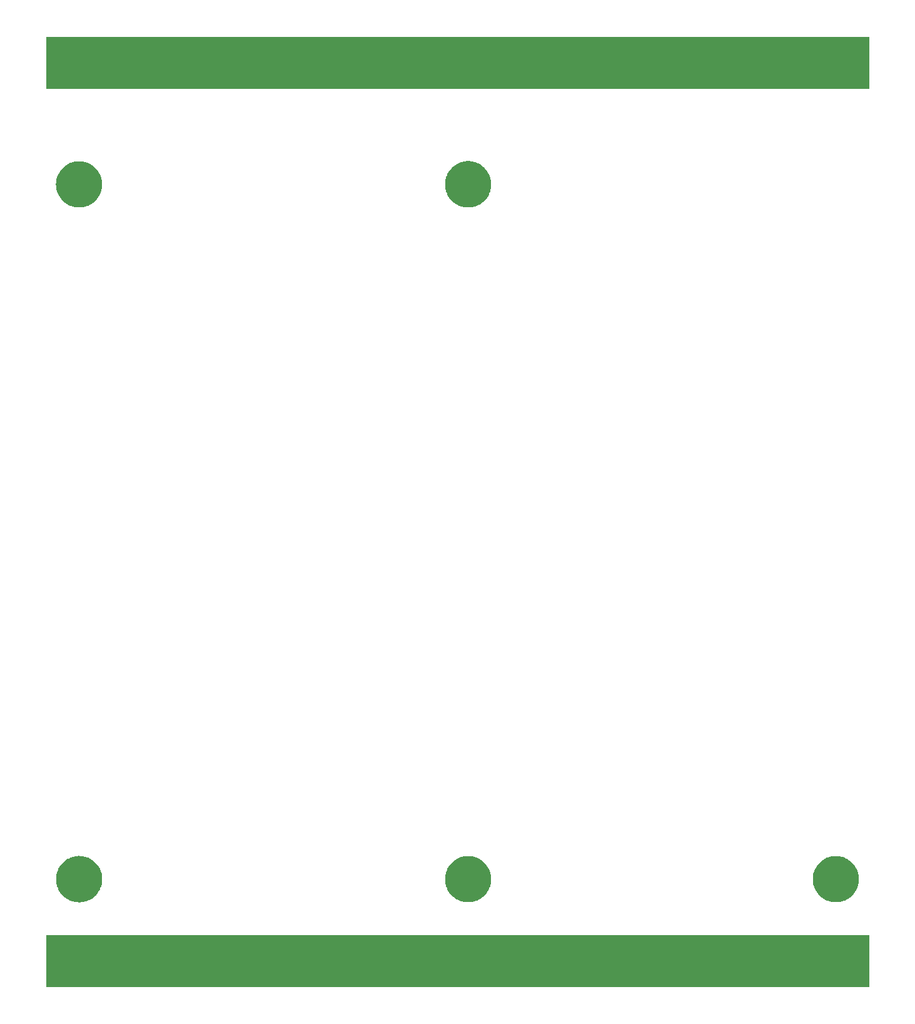
<source format=gbs>
G04 Layer: BottomSolderMaskLayer*
G04 EasyEDA v6.5.29, 2023-07-16 15:11:24*
G04 67781e16ba424d80afd487f8c688e69f,5a6b42c53f6a479593ecc07194224c93,10*
G04 Gerber Generator version 0.2*
G04 Scale: 100 percent, Rotated: No, Reflected: No *
G04 Dimensions in millimeters *
G04 leading zeros omitted , absolute positions ,4 integer and 5 decimal *
%FSLAX45Y45*%
%MOMM*%

%ADD10O,6.6032126X3.4031936000000003*%

%LPD*%
G36*
X5708192Y11172088D02*
G01*
X5692190Y11171428D01*
X5676290Y11170005D01*
X5660440Y11167770D01*
X5644743Y11164722D01*
X5629198Y11160861D01*
X5613908Y11156238D01*
X5598820Y11150803D01*
X5584088Y11144656D01*
X5569661Y11137696D01*
X5562549Y11133988D01*
X5548731Y11125962D01*
X5535320Y11117224D01*
X5522366Y11107877D01*
X5509869Y11097818D01*
X5497931Y11087150D01*
X5486603Y11075873D01*
X5475782Y11064087D01*
X5465622Y11051692D01*
X5456123Y11038840D01*
X5447284Y11025530D01*
X5439105Y11011763D01*
X5431688Y10997590D01*
X5424982Y10983061D01*
X5419039Y10968177D01*
X5413857Y10953038D01*
X5409438Y10937646D01*
X5405831Y10922101D01*
X5403037Y10906353D01*
X5401056Y10890453D01*
X5399887Y10874502D01*
X5399481Y10858500D01*
X5399887Y10842498D01*
X5401056Y10826546D01*
X5403037Y10810646D01*
X5405831Y10794898D01*
X5409438Y10779353D01*
X5413857Y10763961D01*
X5419039Y10748822D01*
X5424982Y10733938D01*
X5431688Y10719409D01*
X5439105Y10705236D01*
X5447284Y10691469D01*
X5456123Y10678160D01*
X5465622Y10665307D01*
X5475782Y10652912D01*
X5486603Y10641126D01*
X5497931Y10629849D01*
X5509869Y10619181D01*
X5522366Y10609122D01*
X5535320Y10599775D01*
X5548731Y10591038D01*
X5562549Y10583011D01*
X5576824Y10575747D01*
X5591403Y10569194D01*
X5606338Y10563402D01*
X5613908Y10560761D01*
X5629198Y10556138D01*
X5644743Y10552277D01*
X5660440Y10549229D01*
X5676290Y10546994D01*
X5692190Y10545572D01*
X5708192Y10544911D01*
X5724194Y10545114D01*
X5740146Y10546181D01*
X5756046Y10548010D01*
X5771845Y10550652D01*
X5787491Y10554106D01*
X5802884Y10558373D01*
X5810504Y10560761D01*
X5825591Y10566196D01*
X5840323Y10572343D01*
X5854750Y10579303D01*
X5868822Y10586974D01*
X5882436Y10595305D01*
X5895644Y10604347D01*
X5908344Y10614101D01*
X5920536Y10624413D01*
X5932220Y10635386D01*
X5943295Y10646968D01*
X5948629Y10652912D01*
X5958789Y10665307D01*
X5968288Y10678160D01*
X5977128Y10691469D01*
X5985256Y10705236D01*
X5992723Y10719409D01*
X5999429Y10733938D01*
X6005372Y10748822D01*
X6010554Y10763961D01*
X6014923Y10779353D01*
X6016853Y10787075D01*
X6020054Y10802772D01*
X6021374Y10810646D01*
X6023356Y10826546D01*
X6024524Y10842498D01*
X6024880Y10858500D01*
X6024524Y10874502D01*
X6023356Y10890453D01*
X6021374Y10906353D01*
X6018530Y10922101D01*
X6016853Y10929924D01*
X6012840Y10945368D01*
X6008065Y10960658D01*
X6002477Y10975644D01*
X5996178Y10990376D01*
X5989066Y11004702D01*
X5981293Y11018672D01*
X5972810Y11032236D01*
X5963615Y11045342D01*
X5953760Y11057940D01*
X5948629Y11064087D01*
X5937808Y11075873D01*
X5932220Y11081613D01*
X5920536Y11092586D01*
X5908344Y11102898D01*
X5895644Y11112652D01*
X5882436Y11121694D01*
X5868822Y11130026D01*
X5854750Y11137696D01*
X5840323Y11144656D01*
X5825591Y11150803D01*
X5810504Y11156238D01*
X5795213Y11160861D01*
X5779668Y11164722D01*
X5763971Y11167770D01*
X5748121Y11170005D01*
X5732170Y11171428D01*
X5716219Y11172088D01*
G37*
G36*
X440893Y11171174D02*
G01*
X424942Y11170564D01*
X409041Y11169142D01*
X393242Y11166906D01*
X377545Y11163858D01*
X362051Y11159998D01*
X354380Y11157813D01*
X339191Y11152784D01*
X324307Y11146993D01*
X309727Y11140490D01*
X295503Y11133226D01*
X281686Y11125200D01*
X268274Y11116564D01*
X255320Y11107166D01*
X242874Y11097209D01*
X230987Y11086541D01*
X219608Y11075314D01*
X214121Y11069523D01*
X203657Y11057432D01*
X193802Y11044885D01*
X184607Y11031829D01*
X176123Y11018316D01*
X168300Y11004346D01*
X161239Y10990072D01*
X154889Y10975390D01*
X149301Y10960455D01*
X144475Y10945215D01*
X140411Y10929772D01*
X137210Y10914126D01*
X134772Y10898327D01*
X133146Y10882426D01*
X132283Y10866475D01*
X132283Y10850524D01*
X133146Y10834573D01*
X134772Y10818672D01*
X137210Y10802874D01*
X140411Y10787227D01*
X144475Y10771784D01*
X149301Y10756544D01*
X154889Y10741609D01*
X161239Y10726928D01*
X168300Y10712653D01*
X176123Y10698683D01*
X184607Y10685170D01*
X193802Y10672114D01*
X203657Y10659567D01*
X214121Y10647476D01*
X225196Y10635996D01*
X236880Y10625074D01*
X242874Y10619790D01*
X255320Y10609834D01*
X268274Y10600436D01*
X281686Y10591800D01*
X295503Y10583773D01*
X309727Y10576509D01*
X324307Y10570006D01*
X339191Y10564215D01*
X354380Y10559186D01*
X369773Y10554970D01*
X385368Y10551515D01*
X401116Y10548874D01*
X416966Y10547045D01*
X432917Y10546029D01*
X448919Y10545826D01*
X464870Y10546435D01*
X480771Y10547858D01*
X496570Y10550093D01*
X512267Y10553141D01*
X527761Y10557002D01*
X535432Y10559186D01*
X550621Y10564215D01*
X565505Y10570006D01*
X580085Y10576509D01*
X594309Y10583773D01*
X608126Y10591800D01*
X621538Y10600436D01*
X634492Y10609834D01*
X646938Y10619790D01*
X658825Y10630458D01*
X670204Y10641685D01*
X675690Y10647476D01*
X686155Y10659567D01*
X696010Y10672114D01*
X705205Y10685170D01*
X713689Y10698683D01*
X721512Y10712653D01*
X728573Y10726928D01*
X734923Y10741609D01*
X740511Y10756544D01*
X745337Y10771784D01*
X749401Y10787227D01*
X752602Y10802874D01*
X755040Y10818672D01*
X756666Y10834573D01*
X757478Y10850524D01*
X757478Y10866475D01*
X756666Y10882426D01*
X755040Y10898327D01*
X752602Y10914126D01*
X749401Y10929772D01*
X745337Y10945215D01*
X740511Y10960455D01*
X734923Y10975390D01*
X728573Y10990072D01*
X721512Y11004346D01*
X713689Y11018316D01*
X705205Y11031829D01*
X696010Y11044885D01*
X686155Y11057432D01*
X675690Y11069523D01*
X664616Y11081004D01*
X652932Y11091926D01*
X646938Y11097209D01*
X634492Y11107166D01*
X621538Y11116564D01*
X608126Y11125200D01*
X594309Y11133226D01*
X580085Y11140490D01*
X565505Y11146993D01*
X550621Y11152784D01*
X535432Y11157813D01*
X520039Y11162030D01*
X504443Y11165484D01*
X488696Y11168126D01*
X472795Y11169954D01*
X456895Y11170970D01*
G37*
G36*
X5708091Y1772462D02*
G01*
X5692140Y1771853D01*
X5676239Y1770430D01*
X5660440Y1768195D01*
X5644743Y1765147D01*
X5629249Y1761337D01*
X5613958Y1756714D01*
X5598922Y1751279D01*
X5591505Y1748332D01*
X5576925Y1741779D01*
X5562701Y1734515D01*
X5548884Y1726539D01*
X5535472Y1717852D01*
X5522518Y1708505D01*
X5510072Y1698498D01*
X5498185Y1687830D01*
X5486806Y1676654D01*
X5476036Y1664868D01*
X5465876Y1652524D01*
X5456326Y1639722D01*
X5447487Y1626412D01*
X5439308Y1612696D01*
X5431891Y1598523D01*
X5425135Y1584045D01*
X5419191Y1569262D01*
X5413959Y1554124D01*
X5409539Y1538782D01*
X5407609Y1531061D01*
X5404408Y1515414D01*
X5401970Y1499616D01*
X5400344Y1483715D01*
X5399532Y1467764D01*
X5399379Y1459788D01*
X5399836Y1443837D01*
X5401056Y1427886D01*
X5403088Y1412087D01*
X5405932Y1396339D01*
X5409539Y1380794D01*
X5413959Y1365453D01*
X5419191Y1350365D01*
X5425135Y1335532D01*
X5431891Y1321054D01*
X5439308Y1306931D01*
X5447487Y1293164D01*
X5456326Y1279906D01*
X5465876Y1267053D01*
X5476036Y1254760D01*
X5481320Y1248765D01*
X5492394Y1237284D01*
X5504078Y1226362D01*
X5516270Y1216050D01*
X5528970Y1206347D01*
X5542127Y1197305D01*
X5555742Y1188974D01*
X5569762Y1181354D01*
X5584190Y1174445D01*
X5598922Y1168298D01*
X5613958Y1162913D01*
X5621578Y1160475D01*
X5636971Y1156258D01*
X5652566Y1152804D01*
X5668314Y1150162D01*
X5684164Y1148334D01*
X5700115Y1147318D01*
X5716117Y1147114D01*
X5732068Y1147724D01*
X5747969Y1149146D01*
X5763768Y1151382D01*
X5779465Y1154430D01*
X5794959Y1158290D01*
X5802630Y1160475D01*
X5817819Y1165504D01*
X5832703Y1171295D01*
X5847283Y1177798D01*
X5861507Y1185062D01*
X5875324Y1193088D01*
X5882081Y1197305D01*
X5895238Y1206347D01*
X5907938Y1216050D01*
X5920130Y1226362D01*
X5931814Y1237284D01*
X5942888Y1248765D01*
X5953353Y1260856D01*
X5963208Y1273403D01*
X5972403Y1286459D01*
X5980887Y1300022D01*
X5988710Y1313942D01*
X5995771Y1328267D01*
X5999073Y1335532D01*
X6005017Y1350365D01*
X6010249Y1365453D01*
X6014669Y1380794D01*
X6018276Y1396339D01*
X6021120Y1412087D01*
X6023152Y1427886D01*
X6024422Y1443837D01*
X6024829Y1459788D01*
X6024422Y1475740D01*
X6023152Y1491691D01*
X6021120Y1507540D01*
X6018276Y1523238D01*
X6016599Y1531061D01*
X6012535Y1546504D01*
X6007709Y1561744D01*
X6002121Y1576679D01*
X5995771Y1591360D01*
X5988710Y1605635D01*
X5980887Y1619605D01*
X5972403Y1633118D01*
X5963208Y1646174D01*
X5953353Y1658772D01*
X5942888Y1670812D01*
X5931814Y1682292D01*
X5920130Y1693265D01*
X5907938Y1703578D01*
X5901690Y1708505D01*
X5888736Y1717852D01*
X5875324Y1726539D01*
X5861507Y1734515D01*
X5847283Y1741779D01*
X5832703Y1748332D01*
X5817819Y1754073D01*
X5810250Y1756714D01*
X5794959Y1761337D01*
X5779465Y1765147D01*
X5763768Y1768195D01*
X5747969Y1770430D01*
X5732068Y1771853D01*
X5716117Y1772462D01*
G37*
G36*
X442163Y1773377D02*
G01*
X426161Y1772767D01*
X418185Y1772157D01*
X402285Y1770278D01*
X386537Y1767636D01*
X370890Y1764182D01*
X355447Y1759966D01*
X340258Y1754936D01*
X325374Y1749094D01*
X318008Y1745945D01*
X303580Y1738985D01*
X289560Y1731365D01*
X275894Y1722983D01*
X262737Y1713941D01*
X249986Y1704187D01*
X237794Y1693875D01*
X226161Y1682902D01*
X215087Y1671370D01*
X204622Y1659229D01*
X199593Y1653032D01*
X190093Y1640128D01*
X181254Y1626819D01*
X173075Y1613052D01*
X165658Y1598879D01*
X158953Y1584350D01*
X153009Y1569466D01*
X147828Y1554327D01*
X143408Y1538986D01*
X139801Y1523390D01*
X137007Y1507642D01*
X135890Y1499717D01*
X134315Y1483766D01*
X133553Y1467815D01*
X133553Y1451813D01*
X133807Y1443786D01*
X135026Y1427835D01*
X137007Y1411986D01*
X139801Y1396238D01*
X143408Y1380642D01*
X147828Y1365250D01*
X153009Y1350111D01*
X158953Y1335227D01*
X165658Y1320698D01*
X173075Y1306576D01*
X181254Y1292758D01*
X190093Y1279448D01*
X199593Y1266596D01*
X209753Y1254201D01*
X220522Y1242415D01*
X231902Y1231138D01*
X243840Y1220470D01*
X256286Y1210462D01*
X269240Y1201064D01*
X282702Y1192326D01*
X296519Y1184351D01*
X310794Y1177036D01*
X325374Y1170482D01*
X340258Y1164691D01*
X347827Y1162050D01*
X363169Y1157427D01*
X378663Y1153566D01*
X394411Y1150518D01*
X410260Y1148283D01*
X426161Y1146860D01*
X442163Y1146251D01*
X458165Y1146454D01*
X474116Y1147470D01*
X490016Y1149299D01*
X505815Y1151940D01*
X521411Y1155395D01*
X536854Y1159662D01*
X544474Y1162050D01*
X559562Y1167485D01*
X574294Y1173683D01*
X588721Y1180592D01*
X602792Y1188262D01*
X616407Y1196594D01*
X629615Y1205687D01*
X642315Y1215390D01*
X654507Y1225753D01*
X666191Y1236675D01*
X677265Y1248257D01*
X687730Y1260348D01*
X697585Y1272946D01*
X706729Y1286052D01*
X715264Y1299616D01*
X723036Y1313586D01*
X726694Y1320698D01*
X733348Y1335227D01*
X739343Y1350111D01*
X744524Y1365250D01*
X748893Y1380642D01*
X750824Y1388414D01*
X754024Y1404061D01*
X756412Y1419910D01*
X757326Y1427835D01*
X758494Y1443786D01*
X758850Y1459788D01*
X758799Y1467815D01*
X757986Y1483766D01*
X756412Y1499717D01*
X754024Y1515516D01*
X750824Y1531213D01*
X746810Y1546707D01*
X742035Y1561947D01*
X736447Y1576933D01*
X730097Y1591665D01*
X726694Y1598879D01*
X719226Y1613052D01*
X711098Y1626819D01*
X702259Y1640128D01*
X692708Y1653032D01*
X682548Y1665376D01*
X671779Y1677212D01*
X660400Y1688439D01*
X648462Y1699107D01*
X636016Y1709166D01*
X623062Y1718513D01*
X609650Y1727250D01*
X595782Y1735277D01*
X581558Y1742541D01*
X566978Y1749094D01*
X552043Y1754936D01*
X536854Y1759966D01*
X521411Y1764182D01*
X505815Y1767636D01*
X490016Y1770278D01*
X474116Y1772157D01*
X458165Y1773174D01*
G37*
G36*
X10685830Y1773174D02*
G01*
X10669828Y1772564D01*
X10653928Y1771142D01*
X10638129Y1768906D01*
X10622432Y1765858D01*
X10606938Y1761998D01*
X10599267Y1759813D01*
X10584078Y1754784D01*
X10569194Y1748993D01*
X10554614Y1742490D01*
X10540441Y1735226D01*
X10526572Y1727250D01*
X10513161Y1718564D01*
X10500207Y1709166D01*
X10487761Y1699209D01*
X10475874Y1688541D01*
X10464495Y1677314D01*
X10459008Y1671523D01*
X10448544Y1659432D01*
X10438688Y1646885D01*
X10429544Y1633829D01*
X10421010Y1620316D01*
X10413187Y1606346D01*
X10406126Y1592072D01*
X10399776Y1577390D01*
X10394188Y1562455D01*
X10389362Y1547215D01*
X10385348Y1531772D01*
X10382097Y1516126D01*
X10379659Y1500327D01*
X10378033Y1484426D01*
X10377220Y1468475D01*
X10377220Y1452524D01*
X10378033Y1436573D01*
X10379659Y1420672D01*
X10382097Y1404874D01*
X10385348Y1389227D01*
X10389362Y1373784D01*
X10394188Y1358544D01*
X10399776Y1343609D01*
X10406126Y1328928D01*
X10413187Y1314653D01*
X10421010Y1300683D01*
X10429544Y1287170D01*
X10438688Y1274114D01*
X10448544Y1261567D01*
X10459008Y1249476D01*
X10470083Y1237996D01*
X10481767Y1227074D01*
X10487761Y1221790D01*
X10500207Y1211834D01*
X10513161Y1202436D01*
X10526572Y1193749D01*
X10540441Y1185773D01*
X10554614Y1178509D01*
X10569194Y1172006D01*
X10584078Y1166215D01*
X10599267Y1161186D01*
X10614660Y1156970D01*
X10630255Y1153515D01*
X10646003Y1150874D01*
X10661904Y1149045D01*
X10677804Y1148029D01*
X10693806Y1147826D01*
X10709757Y1148435D01*
X10725658Y1149858D01*
X10741456Y1152093D01*
X10757154Y1155141D01*
X10772648Y1159002D01*
X10780318Y1161186D01*
X10795508Y1166215D01*
X10810392Y1172006D01*
X10824972Y1178509D01*
X10839196Y1185773D01*
X10853013Y1193749D01*
X10866424Y1202436D01*
X10879378Y1211834D01*
X10891824Y1221790D01*
X10903762Y1232458D01*
X10915091Y1243685D01*
X10920577Y1249476D01*
X10931042Y1261567D01*
X10940897Y1274114D01*
X10950092Y1287170D01*
X10958576Y1300683D01*
X10966399Y1314653D01*
X10973460Y1328928D01*
X10979810Y1343609D01*
X10985398Y1358544D01*
X10990224Y1373784D01*
X10994288Y1389227D01*
X10997539Y1404874D01*
X10999978Y1420672D01*
X11001603Y1436573D01*
X11002416Y1452524D01*
X11002416Y1468475D01*
X11001603Y1484426D01*
X10999978Y1500327D01*
X10997539Y1516126D01*
X10994288Y1531772D01*
X10990224Y1547215D01*
X10985398Y1562455D01*
X10979810Y1577390D01*
X10973460Y1592072D01*
X10966399Y1606346D01*
X10958576Y1620316D01*
X10950092Y1633829D01*
X10940897Y1646885D01*
X10931042Y1659432D01*
X10920577Y1671523D01*
X10909503Y1683004D01*
X10897870Y1693925D01*
X10885678Y1704289D01*
X10872978Y1713941D01*
X10859770Y1722983D01*
X10846155Y1731314D01*
X10832134Y1738934D01*
X10817707Y1745843D01*
X10802975Y1751990D01*
X10787938Y1757375D01*
X10780318Y1759813D01*
X10764926Y1764030D01*
X10749330Y1767484D01*
X10733582Y1770125D01*
X10717733Y1771954D01*
X10701782Y1772970D01*
G37*
D10*
G01*
X736600Y12573000D03*
G01*
X736600Y330200D03*
G01*
X10388600Y12573000D03*
G01*
X10388600Y330200D03*
G36*
X0Y699998D02*
G01*
X11140008Y699998D01*
X11140008Y0D01*
X0Y0D01*
G37*
G36*
X0Y12852400D02*
G01*
X11140008Y12852400D01*
X11140008Y12152401D01*
X0Y12152401D01*
G37*
M02*

</source>
